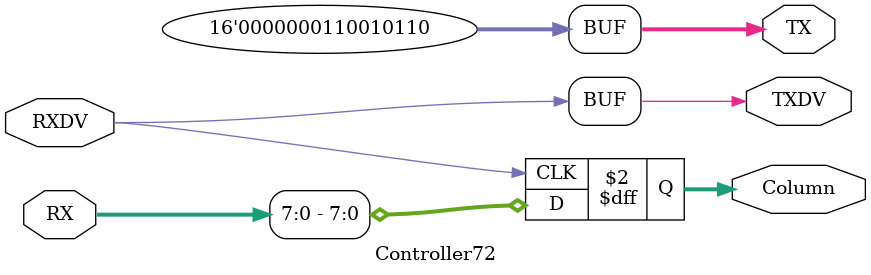
<source format=v>
module Controller72 (
	input RXDV,
	input [15:0] RX,
	output wire TXDV,
	output wire [15:0]	TX, 
	output reg [7:0]	Column
); 

assign TX = 16'h196;
assign TXDV = RXDV;

always @(posedge RXDV)
begin
	Column	<= RX[7:0]; 
end


endmodule

</source>
